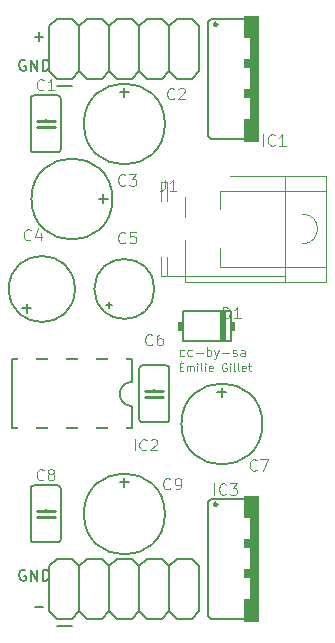
<source format=gbr>
G04 #@! TF.GenerationSoftware,KiCad,Pcbnew,(5.1.5)-3*
G04 #@! TF.CreationDate,2020-03-15T10:52:14-07:00*
G04 #@! TF.ProjectId,bbf-supply_v1,6262662d-7375-4707-906c-795f76312e6b,rev?*
G04 #@! TF.SameCoordinates,Original*
G04 #@! TF.FileFunction,Legend,Top*
G04 #@! TF.FilePolarity,Positive*
%FSLAX46Y46*%
G04 Gerber Fmt 4.6, Leading zero omitted, Abs format (unit mm)*
G04 Created by KiCad (PCBNEW (5.1.5)-3) date 2020-03-15 10:52:14*
%MOMM*%
%LPD*%
G04 APERTURE LIST*
%ADD10C,0.152400*%
%ADD11C,0.121920*%
%ADD12C,0.106680*%
%ADD13C,0.100000*%
%ADD14C,0.254000*%
%ADD15C,0.203200*%
%ADD16C,0.077216*%
%ADD17C,0.096520*%
%ADD18C,0.115824*%
%ADD19C,4.013200*%
%ADD20O,1.625600X3.048000*%
%ADD21C,1.803400*%
%ADD22O,3.454400X1.828800*%
%ADD23C,1.712800*%
%ADD24R,1.712800X1.712800*%
%ADD25C,1.625600*%
%ADD26C,2.082800*%
G04 APERTURE END LIST*
D10*
X139622469Y-81089942D02*
X140357860Y-81089942D01*
X139990164Y-81457638D02*
X139990164Y-80722247D01*
X139622469Y-129349942D02*
X140357860Y-129349942D01*
X138858050Y-126258400D02*
X138766126Y-126212438D01*
X138628240Y-126212438D01*
X138490355Y-126258400D01*
X138398431Y-126350323D01*
X138352469Y-126442247D01*
X138306507Y-126626095D01*
X138306507Y-126763980D01*
X138352469Y-126947828D01*
X138398431Y-127039752D01*
X138490355Y-127131676D01*
X138628240Y-127177638D01*
X138720164Y-127177638D01*
X138858050Y-127131676D01*
X138904012Y-127085714D01*
X138904012Y-126763980D01*
X138720164Y-126763980D01*
X139317669Y-127177638D02*
X139317669Y-126212438D01*
X139869212Y-127177638D01*
X139869212Y-126212438D01*
X140328831Y-127177638D02*
X140328831Y-126212438D01*
X140558640Y-126212438D01*
X140696526Y-126258400D01*
X140788450Y-126350323D01*
X140834412Y-126442247D01*
X140880374Y-126626095D01*
X140880374Y-126763980D01*
X140834412Y-126947828D01*
X140788450Y-127039752D01*
X140696526Y-127131676D01*
X140558640Y-127177638D01*
X140328831Y-127177638D01*
X138858050Y-83078400D02*
X138766126Y-83032438D01*
X138628240Y-83032438D01*
X138490355Y-83078400D01*
X138398431Y-83170323D01*
X138352469Y-83262247D01*
X138306507Y-83446095D01*
X138306507Y-83583980D01*
X138352469Y-83767828D01*
X138398431Y-83859752D01*
X138490355Y-83951676D01*
X138628240Y-83997638D01*
X138720164Y-83997638D01*
X138858050Y-83951676D01*
X138904012Y-83905714D01*
X138904012Y-83583980D01*
X138720164Y-83583980D01*
X139317669Y-83997638D02*
X139317669Y-83032438D01*
X139869212Y-83997638D01*
X139869212Y-83032438D01*
X140328831Y-83997638D02*
X140328831Y-83032438D01*
X140558640Y-83032438D01*
X140696526Y-83078400D01*
X140788450Y-83170323D01*
X140834412Y-83262247D01*
X140880374Y-83446095D01*
X140880374Y-83583980D01*
X140834412Y-83767828D01*
X140788450Y-83859752D01*
X140696526Y-83951676D01*
X140558640Y-83997638D01*
X140328831Y-83997638D01*
D11*
X152270121Y-108100060D02*
X152196582Y-108136830D01*
X152049504Y-108136830D01*
X151975965Y-108100060D01*
X151939195Y-108063291D01*
X151902426Y-107989752D01*
X151902426Y-107769135D01*
X151939195Y-107695596D01*
X151975965Y-107658826D01*
X152049504Y-107622057D01*
X152196582Y-107622057D01*
X152270121Y-107658826D01*
X152931972Y-108100060D02*
X152858433Y-108136830D01*
X152711355Y-108136830D01*
X152637816Y-108100060D01*
X152601047Y-108063291D01*
X152564277Y-107989752D01*
X152564277Y-107769135D01*
X152601047Y-107695596D01*
X152637816Y-107658826D01*
X152711355Y-107622057D01*
X152858433Y-107622057D01*
X152931972Y-107658826D01*
X153262898Y-107842674D02*
X153851210Y-107842674D01*
X154218906Y-108136830D02*
X154218906Y-107364670D01*
X154218906Y-107658826D02*
X154292445Y-107622057D01*
X154439523Y-107622057D01*
X154513062Y-107658826D01*
X154549831Y-107695596D01*
X154586601Y-107769135D01*
X154586601Y-107989752D01*
X154549831Y-108063291D01*
X154513062Y-108100060D01*
X154439523Y-108136830D01*
X154292445Y-108136830D01*
X154218906Y-108100060D01*
X154843988Y-107622057D02*
X155027835Y-108136830D01*
X155211683Y-107622057D02*
X155027835Y-108136830D01*
X154954296Y-108320678D01*
X154917527Y-108357447D01*
X154843988Y-108394217D01*
X155505839Y-107842674D02*
X156094151Y-107842674D01*
X156425077Y-108100060D02*
X156498616Y-108136830D01*
X156645694Y-108136830D01*
X156719233Y-108100060D01*
X156756003Y-108026521D01*
X156756003Y-107989752D01*
X156719233Y-107916213D01*
X156645694Y-107879443D01*
X156535386Y-107879443D01*
X156461847Y-107842674D01*
X156425077Y-107769135D01*
X156425077Y-107732365D01*
X156461847Y-107658826D01*
X156535386Y-107622057D01*
X156645694Y-107622057D01*
X156719233Y-107658826D01*
X157417854Y-108136830D02*
X157417854Y-107732365D01*
X157381085Y-107658826D01*
X157307546Y-107622057D01*
X157160468Y-107622057D01*
X157086928Y-107658826D01*
X157417854Y-108100060D02*
X157344315Y-108136830D01*
X157160468Y-108136830D01*
X157086928Y-108100060D01*
X157050159Y-108026521D01*
X157050159Y-107952982D01*
X157086928Y-107879443D01*
X157160468Y-107842674D01*
X157344315Y-107842674D01*
X157417854Y-107805904D01*
D12*
X151906308Y-109057520D02*
X152131522Y-109057520D01*
X152228042Y-109411426D02*
X151906308Y-109411426D01*
X151906308Y-108735786D01*
X152228042Y-108735786D01*
X152131522Y-108478400D02*
X152035002Y-108574920D01*
X152517602Y-109411426D02*
X152517602Y-108961000D01*
X152517602Y-109025346D02*
X152549775Y-108993173D01*
X152614122Y-108961000D01*
X152710642Y-108961000D01*
X152774988Y-108993173D01*
X152807162Y-109057520D01*
X152807162Y-109411426D01*
X152807162Y-109057520D02*
X152839335Y-108993173D01*
X152903682Y-108961000D01*
X153000202Y-108961000D01*
X153064548Y-108993173D01*
X153096722Y-109057520D01*
X153096722Y-109411426D01*
X153418455Y-109411426D02*
X153418455Y-108961000D01*
X153418455Y-108735786D02*
X153386282Y-108767960D01*
X153418455Y-108800133D01*
X153450628Y-108767960D01*
X153418455Y-108735786D01*
X153418455Y-108800133D01*
X153836708Y-109411426D02*
X153772362Y-109379253D01*
X153740188Y-109314906D01*
X153740188Y-108735786D01*
X154094095Y-109411426D02*
X154094095Y-108961000D01*
X154094095Y-108735786D02*
X154061922Y-108767960D01*
X154094095Y-108800133D01*
X154126268Y-108767960D01*
X154094095Y-108735786D01*
X154094095Y-108800133D01*
X154673215Y-109379253D02*
X154608868Y-109411426D01*
X154480175Y-109411426D01*
X154415828Y-109379253D01*
X154383655Y-109314906D01*
X154383655Y-109057520D01*
X154415828Y-108993173D01*
X154480175Y-108961000D01*
X154608868Y-108961000D01*
X154673215Y-108993173D01*
X154705388Y-109057520D01*
X154705388Y-109121866D01*
X154383655Y-109186213D01*
X155863628Y-108767960D02*
X155799282Y-108735786D01*
X155702762Y-108735786D01*
X155606242Y-108767960D01*
X155541895Y-108832306D01*
X155509722Y-108896653D01*
X155477548Y-109025346D01*
X155477548Y-109121866D01*
X155509722Y-109250560D01*
X155541895Y-109314906D01*
X155606242Y-109379253D01*
X155702762Y-109411426D01*
X155767108Y-109411426D01*
X155863628Y-109379253D01*
X155895802Y-109347080D01*
X155895802Y-109121866D01*
X155767108Y-109121866D01*
X156185362Y-109411426D02*
X156185362Y-108961000D01*
X156185362Y-108735786D02*
X156153188Y-108767960D01*
X156185362Y-108800133D01*
X156217535Y-108767960D01*
X156185362Y-108735786D01*
X156185362Y-108800133D01*
X156603615Y-109411426D02*
X156539268Y-109379253D01*
X156507095Y-109314906D01*
X156507095Y-108735786D01*
X156957522Y-109411426D02*
X156893175Y-109379253D01*
X156861002Y-109314906D01*
X156861002Y-108735786D01*
X157472295Y-109379253D02*
X157407948Y-109411426D01*
X157279255Y-109411426D01*
X157214908Y-109379253D01*
X157182735Y-109314906D01*
X157182735Y-109057520D01*
X157214908Y-108993173D01*
X157279255Y-108961000D01*
X157407948Y-108961000D01*
X157472295Y-108993173D01*
X157504468Y-109057520D01*
X157504468Y-109121866D01*
X157182735Y-109186213D01*
X157697508Y-108961000D02*
X157954895Y-108961000D01*
X157794028Y-108735786D02*
X157794028Y-109314906D01*
X157826202Y-109379253D01*
X157890548Y-109411426D01*
X157954895Y-109411426D01*
D13*
G04 #@! TO.C,J1*
X152331100Y-94648600D02*
X152331100Y-101378600D01*
X164331100Y-92878600D02*
X156141100Y-92878600D01*
X150831100Y-93378600D02*
X150331100Y-93378600D01*
X150331100Y-99728600D02*
X150331100Y-101378600D01*
X150331100Y-93378600D02*
X150331100Y-95028600D01*
X150831100Y-93378600D02*
X150831100Y-95028600D01*
X150831100Y-99728600D02*
X150831100Y-101378600D01*
X162331100Y-96128600D02*
G75*
G02X162331100Y-98628600I0J-1250000D01*
G01*
X155331100Y-94178600D02*
X155331100Y-100578600D01*
X164331100Y-94178600D02*
X155331100Y-94178600D01*
X164331100Y-100578600D02*
X155331100Y-100578600D01*
X150831100Y-101378600D02*
X150331100Y-101378600D01*
X152331100Y-101378600D02*
X150831100Y-101378600D01*
X164331100Y-101878600D02*
X152331100Y-101878600D01*
X152331100Y-101378600D02*
X152331100Y-101878600D01*
X160831100Y-101378600D02*
X152331100Y-101378600D01*
X160831100Y-101378600D02*
X160831100Y-101878600D01*
X160831100Y-92878600D02*
X160831100Y-101378600D01*
X164331100Y-100578600D02*
X164331100Y-101878600D01*
X164331100Y-94178600D02*
X164331100Y-100578600D01*
X164331100Y-92878600D02*
X164331100Y-94178600D01*
D10*
G04 #@! TO.C,IC2*
X147866100Y-110332600D02*
G75*
G03X147866100Y-112364600I0J-1016000D01*
G01*
X147866100Y-108427600D02*
X147866100Y-110332600D01*
X147866100Y-114269600D02*
X147866100Y-112364600D01*
X137706100Y-114269600D02*
X137706100Y-108427600D01*
X147866100Y-108427600D02*
X137706100Y-108427600D01*
X137706100Y-114269600D02*
X147866100Y-114269600D01*
G04 #@! TO.C,C4*
X143040100Y-102458600D02*
G75*
G03X143040100Y-102458600I-2794000J0D01*
G01*
X138976100Y-104109600D02*
X138595100Y-104109600D01*
X138976100Y-104109600D02*
X138976100Y-103728600D01*
X139357100Y-104109600D02*
X138976100Y-104109600D01*
X138976100Y-104490600D02*
X138976100Y-104109600D01*
G04 #@! TO.C,C2*
X150660100Y-88488600D02*
G75*
G03X150660100Y-88488600I-3429000J0D01*
G01*
X146850100Y-85821600D02*
X147612100Y-85821600D01*
X147231100Y-85440600D02*
X147231100Y-86202600D01*
G04 #@! TO.C,C9*
X150660100Y-121508600D02*
G75*
G03X150660100Y-121508600I-3429000J0D01*
G01*
X146850100Y-118841600D02*
X147612100Y-118841600D01*
X147231100Y-118460600D02*
X147231100Y-119222600D01*
D13*
G04 #@! TO.C,IC3*
G36*
X157391100Y-128747600D02*
G01*
X157391100Y-130652600D01*
X158661100Y-130652600D01*
X158661100Y-128747600D01*
X157391100Y-128747600D01*
G37*
G36*
X157899100Y-126969600D02*
G01*
X157899100Y-128747600D01*
X158661100Y-128747600D01*
X158661100Y-126969600D01*
X157899100Y-126969600D01*
G37*
G36*
X157391100Y-126207600D02*
G01*
X157391100Y-126969600D01*
X158661100Y-126969600D01*
X158661100Y-126207600D01*
X157391100Y-126207600D01*
G37*
G36*
X157899100Y-124429600D02*
G01*
X157899100Y-126207600D01*
X158661100Y-126207600D01*
X158661100Y-124429600D01*
X157899100Y-124429600D01*
G37*
G36*
X157391100Y-123667600D02*
G01*
X157391100Y-124429600D01*
X158661100Y-124429600D01*
X158661100Y-123667600D01*
X157391100Y-123667600D01*
G37*
G36*
X157899100Y-121889600D02*
G01*
X157899100Y-123667600D01*
X158661100Y-123667600D01*
X158661100Y-121889600D01*
X157899100Y-121889600D01*
G37*
G36*
X157391100Y-119984600D02*
G01*
X157391100Y-121889600D01*
X158661100Y-121889600D01*
X158661100Y-119984600D01*
X157391100Y-119984600D01*
G37*
D14*
X155079700Y-120695800D02*
G75*
G03X155079700Y-120695800I-127000J0D01*
G01*
D10*
X154597100Y-120238600D02*
X157518100Y-120238600D01*
X157518100Y-130398600D02*
X154597100Y-130398600D01*
X154597100Y-120238600D02*
X154343100Y-120492600D01*
X154343100Y-130144600D02*
X154343100Y-120492600D01*
X154343100Y-130144600D02*
X154597100Y-130398600D01*
G04 #@! TO.C,C3*
X146215100Y-94838600D02*
G75*
G03X146215100Y-94838600I-3429000J0D01*
G01*
X145453100Y-94457600D02*
X145453100Y-95219600D01*
X145834100Y-94838600D02*
X145072100Y-94838600D01*
G04 #@! TO.C,C7*
X158915100Y-113888600D02*
G75*
G03X158915100Y-113888600I-3429000J0D01*
G01*
X155105100Y-111221600D02*
X155867100Y-111221600D01*
X155486100Y-110840600D02*
X155486100Y-111602600D01*
D13*
G04 #@! TO.C,IC1*
G36*
X157391100Y-88107600D02*
G01*
X157391100Y-90012600D01*
X158661100Y-90012600D01*
X158661100Y-88107600D01*
X157391100Y-88107600D01*
G37*
G36*
X157899100Y-86329600D02*
G01*
X157899100Y-88107600D01*
X158661100Y-88107600D01*
X158661100Y-86329600D01*
X157899100Y-86329600D01*
G37*
G36*
X157391100Y-85567600D02*
G01*
X157391100Y-86329600D01*
X158661100Y-86329600D01*
X158661100Y-85567600D01*
X157391100Y-85567600D01*
G37*
G36*
X157899100Y-83789600D02*
G01*
X157899100Y-85567600D01*
X158661100Y-85567600D01*
X158661100Y-83789600D01*
X157899100Y-83789600D01*
G37*
G36*
X157391100Y-83027600D02*
G01*
X157391100Y-83789600D01*
X158661100Y-83789600D01*
X158661100Y-83027600D01*
X157391100Y-83027600D01*
G37*
G36*
X157899100Y-81249600D02*
G01*
X157899100Y-83027600D01*
X158661100Y-83027600D01*
X158661100Y-81249600D01*
X157899100Y-81249600D01*
G37*
G36*
X157391100Y-79344600D02*
G01*
X157391100Y-81249600D01*
X158661100Y-81249600D01*
X158661100Y-79344600D01*
X157391100Y-79344600D01*
G37*
D14*
X155079700Y-80055800D02*
G75*
G03X155079700Y-80055800I-127000J0D01*
G01*
D10*
X154597100Y-79598600D02*
X157518100Y-79598600D01*
X157518100Y-89758600D02*
X154597100Y-89758600D01*
X154597100Y-79598600D02*
X154343100Y-79852600D01*
X154343100Y-89504600D02*
X154343100Y-79852600D01*
X154343100Y-89504600D02*
X154597100Y-89758600D01*
D13*
G04 #@! TO.C,D1*
G36*
X152184100Y-105252600D02*
G01*
X151803100Y-105252600D01*
X151803100Y-106014600D01*
X152184100Y-106014600D01*
X152184100Y-105252600D01*
G37*
G36*
X156629100Y-105252600D02*
G01*
X156248100Y-105252600D01*
X156248100Y-106014600D01*
X156629100Y-106014600D01*
X156629100Y-105252600D01*
G37*
G36*
X155867100Y-104363600D02*
G01*
X155359100Y-104363600D01*
X155359100Y-106903600D01*
X155867100Y-106903600D01*
X155867100Y-104363600D01*
G37*
D10*
X156248100Y-106903600D02*
X156248100Y-104363600D01*
X156248100Y-106903600D02*
X152184100Y-106903600D01*
X152184100Y-104363600D02*
X152184100Y-106903600D01*
X152184100Y-104363600D02*
X156248100Y-104363600D01*
G04 #@! TO.C,C6*
X149771100Y-111094600D02*
X149771100Y-110967600D01*
D14*
X149771100Y-111094600D02*
X149009100Y-111094600D01*
X150533100Y-111094600D02*
X149771100Y-111094600D01*
X149771100Y-111602600D02*
X149009100Y-111602600D01*
X149771100Y-111602600D02*
X150533100Y-111602600D01*
D10*
X149771100Y-111729600D02*
X149771100Y-111602600D01*
X148501100Y-109189600D02*
G75*
G02X148755100Y-108935600I254000J0D01*
G01*
X148755100Y-113761600D02*
G75*
G02X148501100Y-113507600I0J254000D01*
G01*
X151041100Y-109189600D02*
G75*
G03X150787100Y-108935600I-254000J0D01*
G01*
X150787100Y-113761600D02*
G75*
G03X151041100Y-113507600I0J254000D01*
G01*
X150787100Y-108935600D02*
X148755100Y-108935600D01*
X150787100Y-113761600D02*
X148755100Y-113761600D01*
X148501100Y-113507600D02*
X148501100Y-109189600D01*
X151041100Y-109189600D02*
X151041100Y-113507600D01*
G04 #@! TO.C,C5*
X149771100Y-102458600D02*
G75*
G03X149771100Y-102458600I-2540000J0D01*
G01*
X145961100Y-103855600D02*
X145707100Y-103855600D01*
X145961100Y-103855600D02*
X145961100Y-103601600D01*
X146215100Y-103855600D02*
X145961100Y-103855600D01*
X145961100Y-104109600D02*
X145961100Y-103855600D01*
G04 #@! TO.C,C1*
X140563600Y-88234600D02*
X140563600Y-88107600D01*
D14*
X140563600Y-88234600D02*
X139801600Y-88234600D01*
X141325600Y-88234600D02*
X140563600Y-88234600D01*
X140563600Y-88742600D02*
X139801600Y-88742600D01*
X140563600Y-88742600D02*
X141325600Y-88742600D01*
D10*
X140563600Y-88869600D02*
X140563600Y-88742600D01*
X139293600Y-86329600D02*
G75*
G02X139547600Y-86075600I254000J0D01*
G01*
X139547600Y-90901600D02*
G75*
G02X139293600Y-90647600I0J254000D01*
G01*
X141833600Y-86329600D02*
G75*
G03X141579600Y-86075600I-254000J0D01*
G01*
X141579600Y-90901600D02*
G75*
G03X141833600Y-90647600I0J254000D01*
G01*
X141579600Y-86075600D02*
X139547600Y-86075600D01*
X141579600Y-90901600D02*
X139547600Y-90901600D01*
X139293600Y-90647600D02*
X139293600Y-86329600D01*
X141833600Y-86329600D02*
X141833600Y-90647600D01*
G04 #@! TO.C,C8*
X140563600Y-121254600D02*
X140563600Y-121127600D01*
D14*
X140563600Y-121254600D02*
X139801600Y-121254600D01*
X141325600Y-121254600D02*
X140563600Y-121254600D01*
X140563600Y-121762600D02*
X139801600Y-121762600D01*
X140563600Y-121762600D02*
X141325600Y-121762600D01*
D10*
X140563600Y-121889600D02*
X140563600Y-121762600D01*
X139293600Y-119349600D02*
G75*
G02X139547600Y-119095600I254000J0D01*
G01*
X139547600Y-123921600D02*
G75*
G02X139293600Y-123667600I0J254000D01*
G01*
X141833600Y-119349600D02*
G75*
G03X141579600Y-119095600I-254000J0D01*
G01*
X141579600Y-123921600D02*
G75*
G03X141833600Y-123667600I0J254000D01*
G01*
X141579600Y-119095600D02*
X139547600Y-119095600D01*
X141579600Y-123921600D02*
X139547600Y-123921600D01*
X139293600Y-123667600D02*
X139293600Y-119349600D01*
X141833600Y-119349600D02*
X141833600Y-123667600D01*
D13*
G04 #@! TO.C,JP1*
G36*
X147485100Y-83662600D02*
G01*
X147485100Y-83154600D01*
X146977100Y-83154600D01*
X146977100Y-83662600D01*
X147485100Y-83662600D01*
G37*
D15*
X141516100Y-85313600D02*
X142786100Y-85313600D01*
D10*
X151676100Y-84678600D02*
X152946100Y-84678600D01*
X153581100Y-80233600D02*
X153581100Y-84043600D01*
X152946100Y-79598600D02*
X153581100Y-80233600D01*
X151676100Y-79598600D02*
X152946100Y-79598600D01*
X151041100Y-80233600D02*
X151676100Y-79598600D01*
X152946100Y-84678600D02*
X153581100Y-84043600D01*
X151041100Y-84043600D02*
X151676100Y-84678600D01*
X141516100Y-84678600D02*
X142786100Y-84678600D01*
X144056100Y-84678600D02*
X145326100Y-84678600D01*
X146596100Y-84678600D02*
X147866100Y-84678600D01*
X149136100Y-84678600D02*
X150406100Y-84678600D01*
X151041100Y-80233600D02*
X151041100Y-84043600D01*
X148501100Y-80233600D02*
X148501100Y-84043600D01*
X145961100Y-80233600D02*
X145961100Y-84043600D01*
X143421100Y-80233600D02*
X143421100Y-84043600D01*
X150406100Y-79598600D02*
X151041100Y-80233600D01*
X149136100Y-79598600D02*
X150406100Y-79598600D01*
X148501100Y-80233600D02*
X149136100Y-79598600D01*
X147866100Y-79598600D02*
X148501100Y-80233600D01*
X146596100Y-79598600D02*
X147866100Y-79598600D01*
X145961100Y-80233600D02*
X146596100Y-79598600D01*
X145326100Y-79598600D02*
X145961100Y-80233600D01*
X144056100Y-79598600D02*
X145326100Y-79598600D01*
X143421100Y-80233600D02*
X144056100Y-79598600D01*
X142786100Y-79598600D02*
X143421100Y-80233600D01*
X141516100Y-79598600D02*
X142786100Y-79598600D01*
X140881100Y-80233600D02*
X141516100Y-79598600D01*
X140881100Y-84043600D02*
X140881100Y-80233600D01*
X150406100Y-84678600D02*
X151041100Y-84043600D01*
X148501100Y-84043600D02*
X149136100Y-84678600D01*
X147866100Y-84678600D02*
X148501100Y-84043600D01*
X145961100Y-84043600D02*
X146596100Y-84678600D01*
X145326100Y-84678600D02*
X145961100Y-84043600D01*
X143421100Y-84043600D02*
X144056100Y-84678600D01*
X142786100Y-84678600D02*
X143421100Y-84043600D01*
X140881100Y-84043600D02*
X141516100Y-84678600D01*
D13*
G04 #@! TO.C,JP2*
G36*
X147485100Y-129382600D02*
G01*
X147485100Y-128874600D01*
X146977100Y-128874600D01*
X146977100Y-129382600D01*
X147485100Y-129382600D01*
G37*
D15*
X141516100Y-131033600D02*
X142786100Y-131033600D01*
D10*
X151676100Y-130398600D02*
X152946100Y-130398600D01*
X153581100Y-125953600D02*
X153581100Y-129763600D01*
X152946100Y-125318600D02*
X153581100Y-125953600D01*
X151676100Y-125318600D02*
X152946100Y-125318600D01*
X151041100Y-125953600D02*
X151676100Y-125318600D01*
X152946100Y-130398600D02*
X153581100Y-129763600D01*
X151041100Y-129763600D02*
X151676100Y-130398600D01*
X141516100Y-130398600D02*
X142786100Y-130398600D01*
X144056100Y-130398600D02*
X145326100Y-130398600D01*
X146596100Y-130398600D02*
X147866100Y-130398600D01*
X149136100Y-130398600D02*
X150406100Y-130398600D01*
X151041100Y-125953600D02*
X151041100Y-129763600D01*
X148501100Y-125953600D02*
X148501100Y-129763600D01*
X145961100Y-125953600D02*
X145961100Y-129763600D01*
X143421100Y-125953600D02*
X143421100Y-129763600D01*
X150406100Y-125318600D02*
X151041100Y-125953600D01*
X149136100Y-125318600D02*
X150406100Y-125318600D01*
X148501100Y-125953600D02*
X149136100Y-125318600D01*
X147866100Y-125318600D02*
X148501100Y-125953600D01*
X146596100Y-125318600D02*
X147866100Y-125318600D01*
X145961100Y-125953600D02*
X146596100Y-125318600D01*
X145326100Y-125318600D02*
X145961100Y-125953600D01*
X144056100Y-125318600D02*
X145326100Y-125318600D01*
X143421100Y-125953600D02*
X144056100Y-125318600D01*
X142786100Y-125318600D02*
X143421100Y-125953600D01*
X141516100Y-125318600D02*
X142786100Y-125318600D01*
X140881100Y-125953600D02*
X141516100Y-125318600D01*
X140881100Y-129763600D02*
X140881100Y-125953600D01*
X150406100Y-130398600D02*
X151041100Y-129763600D01*
X148501100Y-129763600D02*
X149136100Y-130398600D01*
X147866100Y-130398600D02*
X148501100Y-129763600D01*
X145961100Y-129763600D02*
X146596100Y-130398600D01*
X145326100Y-130398600D02*
X145961100Y-129763600D01*
X143421100Y-129763600D02*
X144056100Y-130398600D01*
X142786100Y-130398600D02*
X143421100Y-129763600D01*
X140881100Y-129763600D02*
X141516100Y-130398600D01*
G04 #@! TO.C,J1*
D16*
X150644371Y-93192438D02*
X150644371Y-93881866D01*
X150598409Y-94019752D01*
X150506485Y-94111676D01*
X150368599Y-94157638D01*
X150276676Y-94157638D01*
X151609571Y-94157638D02*
X151058028Y-94157638D01*
X151333799Y-94157638D02*
X151333799Y-93192438D01*
X151241876Y-93330323D01*
X151149952Y-93422247D01*
X151058028Y-93468209D01*
G04 #@! TO.C,IC2*
D17*
X148095147Y-116128638D02*
X148095147Y-115163438D01*
X149106309Y-116036714D02*
X149060347Y-116082676D01*
X148922461Y-116128638D01*
X148830538Y-116128638D01*
X148692652Y-116082676D01*
X148600728Y-115990752D01*
X148554766Y-115898828D01*
X148508804Y-115714980D01*
X148508804Y-115577095D01*
X148554766Y-115393247D01*
X148600728Y-115301323D01*
X148692652Y-115209400D01*
X148830538Y-115163438D01*
X148922461Y-115163438D01*
X149060347Y-115209400D01*
X149106309Y-115255361D01*
X149474004Y-115255361D02*
X149519966Y-115209400D01*
X149611890Y-115163438D01*
X149841699Y-115163438D01*
X149933623Y-115209400D01*
X149979585Y-115255361D01*
X150025547Y-115347285D01*
X150025547Y-115439209D01*
X149979585Y-115577095D01*
X149428042Y-116128638D01*
X150025547Y-116128638D01*
G04 #@! TO.C,C4*
X139312190Y-98256714D02*
X139266228Y-98302676D01*
X139128342Y-98348638D01*
X139036418Y-98348638D01*
X138898533Y-98302676D01*
X138806609Y-98210752D01*
X138760647Y-98118828D01*
X138714685Y-97934980D01*
X138714685Y-97797095D01*
X138760647Y-97613247D01*
X138806609Y-97521323D01*
X138898533Y-97429400D01*
X139036418Y-97383438D01*
X139128342Y-97383438D01*
X139266228Y-97429400D01*
X139312190Y-97475361D01*
X140139504Y-97705171D02*
X140139504Y-98348638D01*
X139909695Y-97337476D02*
X139679885Y-98026904D01*
X140277390Y-98026904D01*
G04 #@! TO.C,C2*
X151440690Y-86318714D02*
X151394728Y-86364676D01*
X151256842Y-86410638D01*
X151164918Y-86410638D01*
X151027033Y-86364676D01*
X150935109Y-86272752D01*
X150889147Y-86180828D01*
X150843185Y-85996980D01*
X150843185Y-85859095D01*
X150889147Y-85675247D01*
X150935109Y-85583323D01*
X151027033Y-85491400D01*
X151164918Y-85445438D01*
X151256842Y-85445438D01*
X151394728Y-85491400D01*
X151440690Y-85537361D01*
X151808385Y-85537361D02*
X151854347Y-85491400D01*
X151946271Y-85445438D01*
X152176080Y-85445438D01*
X152268004Y-85491400D01*
X152313966Y-85537361D01*
X152359928Y-85629285D01*
X152359928Y-85721209D01*
X152313966Y-85859095D01*
X151762423Y-86410638D01*
X152359928Y-86410638D01*
G04 #@! TO.C,C9*
X151123190Y-119338714D02*
X151077228Y-119384676D01*
X150939342Y-119430638D01*
X150847418Y-119430638D01*
X150709533Y-119384676D01*
X150617609Y-119292752D01*
X150571647Y-119200828D01*
X150525685Y-119016980D01*
X150525685Y-118879095D01*
X150571647Y-118695247D01*
X150617609Y-118603323D01*
X150709533Y-118511400D01*
X150847418Y-118465438D01*
X150939342Y-118465438D01*
X151077228Y-118511400D01*
X151123190Y-118557361D01*
X151582809Y-119430638D02*
X151766657Y-119430638D01*
X151858580Y-119384676D01*
X151904542Y-119338714D01*
X151996466Y-119200828D01*
X152042428Y-119016980D01*
X152042428Y-118649285D01*
X151996466Y-118557361D01*
X151950504Y-118511400D01*
X151858580Y-118465438D01*
X151674733Y-118465438D01*
X151582809Y-118511400D01*
X151536847Y-118557361D01*
X151490885Y-118649285D01*
X151490885Y-118879095D01*
X151536847Y-118971019D01*
X151582809Y-119016980D01*
X151674733Y-119062942D01*
X151858580Y-119062942D01*
X151950504Y-119016980D01*
X151996466Y-118971019D01*
X152042428Y-118879095D01*
G04 #@! TO.C,IC3*
X154826147Y-119887838D02*
X154826147Y-118922638D01*
X155837309Y-119795914D02*
X155791347Y-119841876D01*
X155653461Y-119887838D01*
X155561538Y-119887838D01*
X155423652Y-119841876D01*
X155331728Y-119749952D01*
X155285766Y-119658028D01*
X155239804Y-119474180D01*
X155239804Y-119336295D01*
X155285766Y-119152447D01*
X155331728Y-119060523D01*
X155423652Y-118968600D01*
X155561538Y-118922638D01*
X155653461Y-118922638D01*
X155791347Y-118968600D01*
X155837309Y-119014561D01*
X156159042Y-118922638D02*
X156756547Y-118922638D01*
X156434814Y-119290333D01*
X156572699Y-119290333D01*
X156664623Y-119336295D01*
X156710585Y-119382257D01*
X156756547Y-119474180D01*
X156756547Y-119703990D01*
X156710585Y-119795914D01*
X156664623Y-119841876D01*
X156572699Y-119887838D01*
X156296928Y-119887838D01*
X156205004Y-119841876D01*
X156159042Y-119795914D01*
G04 #@! TO.C,C3*
X147313190Y-93621214D02*
X147267228Y-93667176D01*
X147129342Y-93713138D01*
X147037418Y-93713138D01*
X146899533Y-93667176D01*
X146807609Y-93575252D01*
X146761647Y-93483328D01*
X146715685Y-93299480D01*
X146715685Y-93161595D01*
X146761647Y-92977747D01*
X146807609Y-92885823D01*
X146899533Y-92793900D01*
X147037418Y-92747938D01*
X147129342Y-92747938D01*
X147267228Y-92793900D01*
X147313190Y-92839861D01*
X147634923Y-92747938D02*
X148232428Y-92747938D01*
X147910695Y-93115633D01*
X148048580Y-93115633D01*
X148140504Y-93161595D01*
X148186466Y-93207557D01*
X148232428Y-93299480D01*
X148232428Y-93529290D01*
X148186466Y-93621214D01*
X148140504Y-93667176D01*
X148048580Y-93713138D01*
X147772809Y-93713138D01*
X147680885Y-93667176D01*
X147634923Y-93621214D01*
G04 #@! TO.C,C7*
X158425690Y-117751214D02*
X158379728Y-117797176D01*
X158241842Y-117843138D01*
X158149918Y-117843138D01*
X158012033Y-117797176D01*
X157920109Y-117705252D01*
X157874147Y-117613328D01*
X157828185Y-117429480D01*
X157828185Y-117291595D01*
X157874147Y-117107747D01*
X157920109Y-117015823D01*
X158012033Y-116923900D01*
X158149918Y-116877938D01*
X158241842Y-116877938D01*
X158379728Y-116923900D01*
X158425690Y-116969861D01*
X158747423Y-116877938D02*
X159390890Y-116877938D01*
X158977233Y-117843138D01*
G04 #@! TO.C,IC1*
X158953647Y-90334938D02*
X158953647Y-89369738D01*
X159964809Y-90243014D02*
X159918847Y-90288976D01*
X159780961Y-90334938D01*
X159689038Y-90334938D01*
X159551152Y-90288976D01*
X159459228Y-90197052D01*
X159413266Y-90105128D01*
X159367304Y-89921280D01*
X159367304Y-89783395D01*
X159413266Y-89599547D01*
X159459228Y-89507623D01*
X159551152Y-89415700D01*
X159689038Y-89369738D01*
X159780961Y-89369738D01*
X159918847Y-89415700D01*
X159964809Y-89461661D01*
X160884047Y-90334938D02*
X160332504Y-90334938D01*
X160608276Y-90334938D02*
X160608276Y-89369738D01*
X160516352Y-89507623D01*
X160424428Y-89599547D01*
X160332504Y-89645509D01*
G04 #@! TO.C,D1*
D18*
X155613395Y-104952638D02*
X155613395Y-103987438D01*
X155843204Y-103987438D01*
X155981090Y-104033400D01*
X156073014Y-104125323D01*
X156118976Y-104217247D01*
X156164937Y-104401095D01*
X156164937Y-104538980D01*
X156118976Y-104722828D01*
X156073014Y-104814752D01*
X155981090Y-104906676D01*
X155843204Y-104952638D01*
X155613395Y-104952638D01*
X157084176Y-104952638D02*
X156532633Y-104952638D01*
X156808404Y-104952638D02*
X156808404Y-103987438D01*
X156716480Y-104125323D01*
X156624557Y-104217247D01*
X156532633Y-104263209D01*
G04 #@! TO.C,C6*
D17*
X149599190Y-107146714D02*
X149553228Y-107192676D01*
X149415342Y-107238638D01*
X149323418Y-107238638D01*
X149185533Y-107192676D01*
X149093609Y-107100752D01*
X149047647Y-107008828D01*
X149001685Y-106824980D01*
X149001685Y-106687095D01*
X149047647Y-106503247D01*
X149093609Y-106411323D01*
X149185533Y-106319400D01*
X149323418Y-106273438D01*
X149415342Y-106273438D01*
X149553228Y-106319400D01*
X149599190Y-106365361D01*
X150426504Y-106273438D02*
X150242657Y-106273438D01*
X150150733Y-106319400D01*
X150104771Y-106365361D01*
X150012847Y-106503247D01*
X149966885Y-106687095D01*
X149966885Y-107054790D01*
X150012847Y-107146714D01*
X150058809Y-107192676D01*
X150150733Y-107238638D01*
X150334580Y-107238638D01*
X150426504Y-107192676D01*
X150472466Y-107146714D01*
X150518428Y-107054790D01*
X150518428Y-106824980D01*
X150472466Y-106733057D01*
X150426504Y-106687095D01*
X150334580Y-106641133D01*
X150150733Y-106641133D01*
X150058809Y-106687095D01*
X150012847Y-106733057D01*
X149966885Y-106824980D01*
G04 #@! TO.C,C5*
X147313190Y-98510714D02*
X147267228Y-98556676D01*
X147129342Y-98602638D01*
X147037418Y-98602638D01*
X146899533Y-98556676D01*
X146807609Y-98464752D01*
X146761647Y-98372828D01*
X146715685Y-98188980D01*
X146715685Y-98051095D01*
X146761647Y-97867247D01*
X146807609Y-97775323D01*
X146899533Y-97683400D01*
X147037418Y-97637438D01*
X147129342Y-97637438D01*
X147267228Y-97683400D01*
X147313190Y-97729361D01*
X148186466Y-97637438D02*
X147726847Y-97637438D01*
X147680885Y-98097057D01*
X147726847Y-98051095D01*
X147818771Y-98005133D01*
X148048580Y-98005133D01*
X148140504Y-98051095D01*
X148186466Y-98097057D01*
X148232428Y-98188980D01*
X148232428Y-98418790D01*
X148186466Y-98510714D01*
X148140504Y-98556676D01*
X148048580Y-98602638D01*
X147818771Y-98602638D01*
X147726847Y-98556676D01*
X147680885Y-98510714D01*
G04 #@! TO.C,C1*
X140391690Y-85556714D02*
X140345728Y-85602676D01*
X140207842Y-85648638D01*
X140115918Y-85648638D01*
X139978033Y-85602676D01*
X139886109Y-85510752D01*
X139840147Y-85418828D01*
X139794185Y-85234980D01*
X139794185Y-85097095D01*
X139840147Y-84913247D01*
X139886109Y-84821323D01*
X139978033Y-84729400D01*
X140115918Y-84683438D01*
X140207842Y-84683438D01*
X140345728Y-84729400D01*
X140391690Y-84775361D01*
X141310928Y-85648638D02*
X140759385Y-85648638D01*
X141035157Y-85648638D02*
X141035157Y-84683438D01*
X140943233Y-84821323D01*
X140851309Y-84913247D01*
X140759385Y-84959209D01*
G04 #@! TO.C,C8*
X140391690Y-118576714D02*
X140345728Y-118622676D01*
X140207842Y-118668638D01*
X140115918Y-118668638D01*
X139978033Y-118622676D01*
X139886109Y-118530752D01*
X139840147Y-118438828D01*
X139794185Y-118254980D01*
X139794185Y-118117095D01*
X139840147Y-117933247D01*
X139886109Y-117841323D01*
X139978033Y-117749400D01*
X140115918Y-117703438D01*
X140207842Y-117703438D01*
X140345728Y-117749400D01*
X140391690Y-117795361D01*
X140943233Y-118117095D02*
X140851309Y-118071133D01*
X140805347Y-118025171D01*
X140759385Y-117933247D01*
X140759385Y-117887285D01*
X140805347Y-117795361D01*
X140851309Y-117749400D01*
X140943233Y-117703438D01*
X141127080Y-117703438D01*
X141219004Y-117749400D01*
X141264966Y-117795361D01*
X141310928Y-117887285D01*
X141310928Y-117933247D01*
X141264966Y-118025171D01*
X141219004Y-118071133D01*
X141127080Y-118117095D01*
X140943233Y-118117095D01*
X140851309Y-118163057D01*
X140805347Y-118209019D01*
X140759385Y-118300942D01*
X140759385Y-118484790D01*
X140805347Y-118576714D01*
X140851309Y-118622676D01*
X140943233Y-118668638D01*
X141127080Y-118668638D01*
X141219004Y-118622676D01*
X141264966Y-118576714D01*
X141310928Y-118484790D01*
X141310928Y-118300942D01*
X141264966Y-118209019D01*
X141219004Y-118163057D01*
X141127080Y-118117095D01*
G04 #@! TD*
%LPC*%
D19*
G04 #@! TO.C,J1*
X150581100Y-97378600D03*
X156581100Y-97378600D03*
X153581100Y-92578600D03*
G04 #@! TD*
D20*
G04 #@! TO.C,IC2*
X138976100Y-115158600D03*
X141516100Y-115158600D03*
X138976100Y-107538600D03*
X141516100Y-107538600D03*
X146596100Y-115158600D03*
X144056100Y-115158600D03*
X144056100Y-107538600D03*
X146596100Y-107538600D03*
G04 #@! TD*
D21*
G04 #@! TO.C,C4*
X140246100Y-103728600D03*
X140246100Y-101188600D03*
G04 #@! TD*
G04 #@! TO.C,C2*
X147231100Y-87218600D03*
X147231100Y-89758600D03*
G04 #@! TD*
G04 #@! TO.C,C9*
X147231100Y-120238600D03*
X147231100Y-122778600D03*
G04 #@! TD*
D22*
G04 #@! TO.C,IC3*
X156121100Y-127858600D03*
X156121100Y-125318600D03*
X156121100Y-122778600D03*
G04 #@! TD*
D21*
G04 #@! TO.C,C3*
X144056100Y-94838600D03*
X141516100Y-94838600D03*
G04 #@! TD*
G04 #@! TO.C,C7*
X155486100Y-112618600D03*
X155486100Y-115158600D03*
G04 #@! TD*
D22*
G04 #@! TO.C,IC1*
X156121100Y-87218600D03*
X156121100Y-84678600D03*
X156121100Y-82138600D03*
G04 #@! TD*
D23*
G04 #@! TO.C,D1*
X150406100Y-105633600D03*
D24*
X158026100Y-105633600D03*
G04 #@! TD*
D25*
G04 #@! TO.C,C6*
X149771100Y-112618600D03*
X149771100Y-110078600D03*
G04 #@! TD*
D21*
G04 #@! TO.C,C5*
X147231100Y-103728600D03*
X147231100Y-101188600D03*
G04 #@! TD*
D25*
G04 #@! TO.C,C1*
X140563600Y-89758600D03*
X140563600Y-87218600D03*
G04 #@! TD*
G04 #@! TO.C,C8*
X140563600Y-122778600D03*
X140563600Y-120238600D03*
G04 #@! TD*
D26*
G04 #@! TO.C,JP1*
X152311100Y-80868600D03*
X152311100Y-83408600D03*
X149771100Y-80868600D03*
X149771100Y-83408600D03*
X147231100Y-80868600D03*
X147231100Y-83408600D03*
X144691100Y-80868600D03*
X144691100Y-83408600D03*
X142151100Y-80868600D03*
X142151100Y-83408600D03*
G04 #@! TD*
G04 #@! TO.C,JP2*
X152311100Y-126588600D03*
X152311100Y-129128600D03*
X149771100Y-126588600D03*
X149771100Y-129128600D03*
X147231100Y-126588600D03*
X147231100Y-129128600D03*
X144691100Y-126588600D03*
X144691100Y-129128600D03*
X142151100Y-126588600D03*
X142151100Y-129128600D03*
G04 #@! TD*
M02*

</source>
